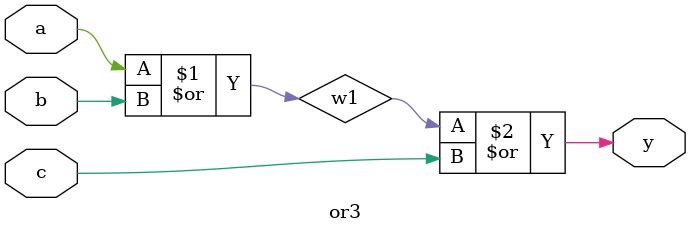
<source format=v>

`timescale 1ns/1ns

module main;    //: root_module
reg w6;    //: /sn:0 {0}(298,211)(389,211)(389,182)(419,182){1}
reg w4;    //: /sn:0 {0}(313,129)(404,129)(404,150)(419,150){1}
reg w5;    //: /sn:0 {0}(296,169)(387,169)(387,166)(419,166){1}
wire w3;    //: /sn:0 {0}(477,150)(573,150)(573,104){1}
//: enddecls

  //: LED g4 (w3) @(573,97) /sn:0 /w:[ 1 ] /type:0
  //: SWITCH g3 (w6) @(281,211) /sn:0 /w:[ 0 ] /st:0 /dn:1
  //: SWITCH g2 (w5) @(279,169) /sn:0 /w:[ 0 ] /st:0 /dn:1
  //: SWITCH g1 (w4) @(296,129) /sn:0 /w:[ 0 ] /st:0 /dn:1
  or3 g0 (.a(w4), .b(w5), .c(w6), .y(w3));   //: @(420, 134) /sz:(56, 64) /sn:0 /p:[ Li0>1 Li1>1 Li2>1 Ro0<0 ]

endmodule
//: /netlistEnd

//: /hdlBegin or3
//: interface  /sz:(56, 64) /bd:[ Li0>c(48/64) Li1>b(32/64) Li2>a(16/64) Ro0<y(16/64) ] /pd: 0 /pi: 0 /pe: 1 /pp: 1
//: enddecls
module or3(a,b,c,y);
  input a;
  input b;
  input c;
  output y;
  
  wire w1;
  
  or or1(w1,a,b);
  or or2(y,w1,c);

endmodule
//: /hdlEnd


`timescale 1ns/1ns


</source>
